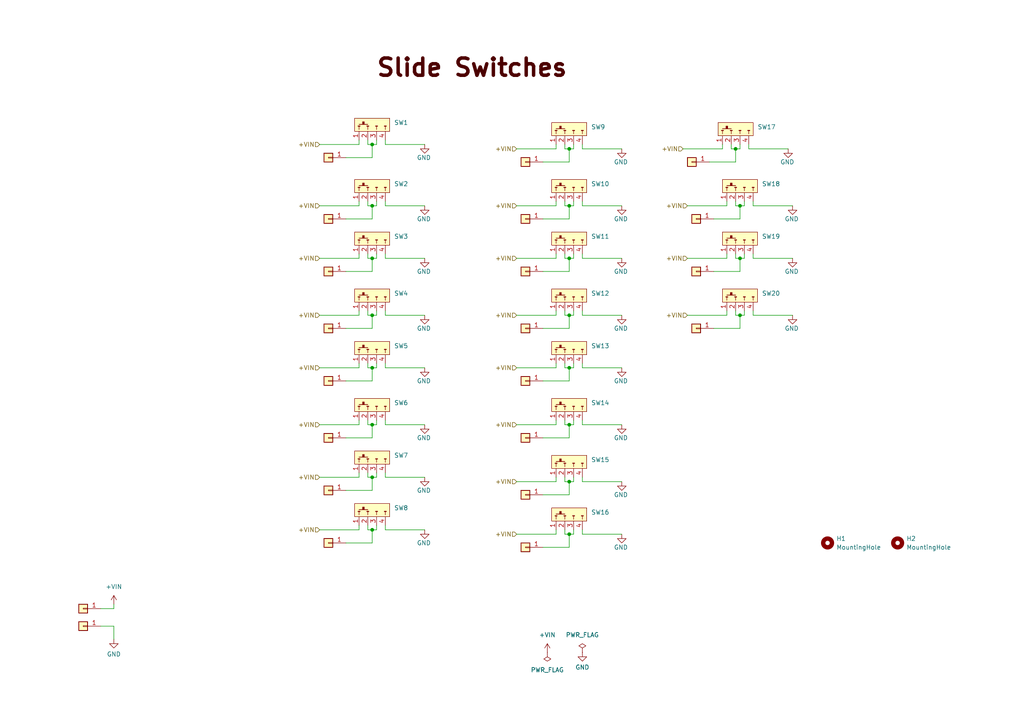
<source format=kicad_sch>
(kicad_sch (version 20250114) (generator "eeschema") (generator_version "9.0")
  (paper "A4")
  (title_block (date "2025-07-14") (rev "1"))
  (lib_symbols
    (symbol "Connector_Generic:Conn_01x01" (pin_names (offset 1.016) (hide yes))
      (property "Reference" "J" (at 0 2.54 0))
      (property "Value" "Conn_01x01" (at 0 -2.54 0))
      (symbol "Conn_01x01_1_1"
        (rectangle (start -1.27 1.27) (end 1.27 -1.27) (stroke (width 0.254)) (fill (type background)))
        (rectangle (start -1.27 0.127) (end 0 -0.127) (stroke (width 0.1524)))
        (pin passive line (at -5.08 0 0) (length 3.81) (name "Pin_1") (number "1"))
      )
    )
    (symbol "Mechanical:MountingHole" (pin_names (offset 1.016))
      (property "Reference" "H" (at 0 5.08 0))
      (property "Value" "MountingHole" (at 0 3.175 0))
      (symbol "MountingHole_0_1"
        (circle (center 0 0) (radius 1.27) (stroke (width 1.27)))
      )
    )
    (symbol "My_Libraries:+VIN" (power) (in_bom no) (on_board no)
      (property "Value" "+VIN" (at 0 3.81 0))
      (symbol "+VIN_0_1"
        (polyline (pts (xy 0 2.54) (xy -0.762 1.27)))
        (polyline (pts (xy 0 2.54) (xy 0.762 1.27)))
        (polyline (pts (xy 0 0) (xy 0 2.54)))
      )
      (symbol "+VIN_1_1"
        (pin power_in line (at 0 0 90) (length 0) (hide yes) (name "+VIN") (number "1"))
      )
    )
    (symbol "My_Libraries:SLIDE_SWITCH_SP3T" (pin_names (hide yes))
      (property "Reference" "SW" (at -0.762 4.826 0))
      (symbol "SLIDE_SWITCH_SP3T_1_1"
        (rectangle (start -6.35 3.81) (end 3.81 0) (fill (type color) (color 255 255 194 1)))
        (polyline (pts (xy -5.08 2.032) (xy -2.54 2.032)) (stroke (width 0.2)))
        (polyline (pts (xy -5.08 0.508) (xy -5.08 1.524)))
        (polyline (pts (xy -4.826 1.524) (xy -5.334 1.524)) (stroke (width 0.3)))
        (polyline (pts (xy -4.064 2.032) (xy -4.064 2.794) (xy -3.556 2.794) (xy -3.556 2.032) (xy -4.064 2.032)) (fill (type outline)))
        (polyline (pts (xy -2.54 0.508) (xy -2.54 1.524)))
        (polyline (pts (xy -2.286 1.524) (xy -2.794 1.524)) (stroke (width 0.3)))
        (polyline (pts (xy 0 0.508) (xy 0 1.524)))
        (polyline (pts (xy 0.254 1.524) (xy -0.254 1.524)) (stroke (width 0.3)))
        (polyline (pts (xy 2.54 0.508) (xy 2.54 1.524)))
        (polyline (pts (xy 2.794 1.524) (xy 2.286 1.524)) (stroke (width 0.3)))
        (pin passive line (at -5.08 -2.54 90) (length 2.54) (name "1") (number "1"))
        (pin passive line (at -2.54 -2.54 90) (length 2.54) (name "2") (number "2"))
        (pin passive line (at 0 -2.54 90) (length 2.54) (name "3") (number "3"))
        (pin passive line (at 2.54 -2.54 90) (length 2.54) (name "4") (number "4"))
      )
    )
    (symbol "power:GND" (power) (pin_numbers (hide yes)) (pin_names (offset 0) (hide yes))
      (property "Value" "GND" (at 0 -3.81 0))
      (symbol "GND_0_1"
        (polyline (pts (xy 0 0) (xy 0 -1.27) (xy 1.27 -1.27) (xy 0 -2.54) (xy -1.27 -1.27) (xy 0 -1.27)))
      )
      (symbol "GND_1_1"
        (pin power_in line (at 0 0 270) (length 0) (name "~") (number "1"))
      )
    )
    (symbol "power:PWR_FLAG" (power) (pin_numbers (hide yes)) (pin_names (offset 0) (hide yes))
      (property "Value" "PWR_FLAG" (at 0 3.81 0))
      (symbol "PWR_FLAG_0_0"
        (pin power_out line (at 0 0 90) (length 0) (name "~") (number "1"))
      )
      (symbol "PWR_FLAG_0_1"
        (polyline (pts (xy 0 0) (xy 0 1.27) (xy -1.016 1.905) (xy 0 2.54) (xy 1.016 1.905) (xy 0 1.27)))
      )
    )
  )
  (text "Slide Switches" (at 136.906 19.812 0) (effects (font (size 5 5) (thickness 1) (bold yes))))
  (junction (at 165.1 59.69))
  (junction (at 214.63 91.44))
  (junction (at 165.1 91.44))
  (junction (at 107.95 59.69))
  (junction (at 107.95 123.19))
  (junction (at 213.36 43.18))
  (junction (at 107.95 106.68))
  (junction (at 107.95 41.91))
  (junction (at 107.95 153.67))
  (junction (at 165.1 139.7))
  (junction (at 165.1 43.18))
  (junction (at 107.95 74.93))
  (junction (at 165.1 106.68))
  (junction (at 107.95 138.43))
  (junction (at 165.1 154.94))
  (junction (at 214.63 74.93))
  (junction (at 214.63 59.69))
  (junction (at 165.1 74.93))
  (junction (at 165.1 123.19))
  (junction (at 107.95 91.44))
  (wire (pts (xy 163.83 58.42) (xy 163.83 59.69)))
  (wire (pts (xy 166.37 153.67) (xy 166.37 154.94)))
  (wire (pts (xy 111.76 121.92) (xy 111.76 123.19)))
  (wire (pts (xy 163.83 138.43) (xy 163.83 139.7)))
  (wire (pts (xy 199.39 74.93) (xy 210.82 74.93)))
  (wire (pts (xy 111.76 105.41) (xy 111.76 106.68)))
  (wire (pts (xy 149.86 154.94) (xy 161.29 154.94)))
  (wire (pts (xy 165.1 123.19) (xy 165.1 127)))
  (wire (pts (xy 33.02 176.53) (xy 29.21 176.53)))
  (wire (pts (xy 212.09 43.18) (xy 213.36 43.18)))
  (wire (pts (xy 111.76 137.16) (xy 111.76 138.43)))
  (wire (pts (xy 100.33 95.25) (xy 107.95 95.25)))
  (wire (pts (xy 104.14 90.17) (xy 104.14 91.44)))
  (wire (pts (xy 109.22 90.17) (xy 109.22 91.44)))
  (wire (pts (xy 107.95 123.19) (xy 109.22 123.19)))
  (wire (pts (xy 29.21 181.61) (xy 33.02 181.61)))
  (wire (pts (xy 107.95 74.93) (xy 107.95 78.74)))
  (wire (pts (xy 106.68 106.68) (xy 107.95 106.68)))
  (wire (pts (xy 106.68 40.64) (xy 106.68 41.91)))
  (wire (pts (xy 207.01 63.5) (xy 214.63 63.5)))
  (wire (pts (xy 109.22 40.64) (xy 109.22 41.91)))
  (wire (pts (xy 165.1 154.94) (xy 166.37 154.94)))
  (wire (pts (xy 100.33 63.5) (xy 107.95 63.5)))
  (wire (pts (xy 165.1 74.93) (xy 166.37 74.93)))
  (wire (pts (xy 213.36 43.18) (xy 213.36 46.99)))
  (wire (pts (xy 157.48 110.49) (xy 165.1 110.49)))
  (wire (pts (xy 106.68 74.93) (xy 107.95 74.93)))
  (wire (pts (xy 214.63 91.44) (xy 214.63 95.25)))
  (wire (pts (xy 107.95 41.91) (xy 109.22 41.91)))
  (wire (pts (xy 213.36 59.69) (xy 214.63 59.69)))
  (wire (pts (xy 163.83 139.7) (xy 165.1 139.7)))
  (wire (pts (xy 92.71 59.69) (xy 104.14 59.69)))
  (wire (pts (xy 213.36 90.17) (xy 213.36 91.44)))
  (wire (pts (xy 100.33 45.72) (xy 107.95 45.72)))
  (wire (pts (xy 166.37 138.43) (xy 166.37 139.7)))
  (wire (pts (xy 33.02 181.61) (xy 33.02 185.42)))
  (wire (pts (xy 107.95 138.43) (xy 107.95 142.24)))
  (wire (pts (xy 163.83 154.94) (xy 165.1 154.94)))
  (wire (pts (xy 214.63 59.69) (xy 214.63 63.5)))
  (wire (pts (xy 163.83 90.17) (xy 163.83 91.44)))
  (wire (pts (xy 111.76 40.64) (xy 111.76 41.91)))
  (wire (pts (xy 168.91 153.67) (xy 168.91 154.94)))
  (wire (pts (xy 166.37 58.42) (xy 166.37 59.69)))
  (wire (pts (xy 100.33 142.24) (xy 107.95 142.24)))
  (wire (pts (xy 165.1 43.18) (xy 166.37 43.18)))
  (wire (pts (xy 107.95 153.67) (xy 109.22 153.67)))
  (wire (pts (xy 161.29 138.43) (xy 161.29 139.7)))
  (wire (pts (xy 157.48 95.25) (xy 165.1 95.25)))
  (wire (pts (xy 104.14 40.64) (xy 104.14 41.91)))
  (wire (pts (xy 168.91 138.43) (xy 168.91 139.7)))
  (wire (pts (xy 149.86 139.7) (xy 161.29 139.7)))
  (wire (pts (xy 104.14 105.41) (xy 104.14 106.68)))
  (wire (pts (xy 217.17 41.91) (xy 217.17 43.18)))
  (wire (pts (xy 163.83 43.18) (xy 165.1 43.18)))
  (wire (pts (xy 163.83 74.93) (xy 165.1 74.93)))
  (wire (pts (xy 106.68 138.43) (xy 107.95 138.43)))
  (wire (pts (xy 165.1 139.7) (xy 166.37 139.7)))
  (wire (pts (xy 100.33 110.49) (xy 107.95 110.49)))
  (wire (pts (xy 107.95 91.44) (xy 109.22 91.44)))
  (wire (pts (xy 168.91 91.44) (xy 180.34 91.44)))
  (wire (pts (xy 106.68 105.41) (xy 106.68 106.68)))
  (wire (pts (xy 163.83 153.67) (xy 163.83 154.94)))
  (wire (pts (xy 165.1 91.44) (xy 166.37 91.44)))
  (wire (pts (xy 215.9 90.17) (xy 215.9 91.44)))
  (wire (pts (xy 163.83 121.92) (xy 163.83 123.19)))
  (wire (pts (xy 109.22 121.92) (xy 109.22 123.19)))
  (wire (pts (xy 209.55 41.91) (xy 209.55 43.18)))
  (wire (pts (xy 107.95 123.19) (xy 107.95 127)))
  (wire (pts (xy 218.44 90.17) (xy 218.44 91.44)))
  (wire (pts (xy 92.71 123.19) (xy 104.14 123.19)))
  (wire (pts (xy 213.36 58.42) (xy 213.36 59.69)))
  (wire (pts (xy 104.14 152.4) (xy 104.14 153.67)))
  (wire (pts (xy 168.91 59.69) (xy 180.34 59.69)))
  (wire (pts (xy 111.76 74.93) (xy 123.19 74.93)))
  (wire (pts (xy 161.29 153.67) (xy 161.29 154.94)))
  (wire (pts (xy 107.95 138.43) (xy 109.22 138.43)))
  (wire (pts (xy 107.95 41.91) (xy 107.95 45.72)))
  (wire (pts (xy 218.44 74.93) (xy 229.87 74.93)))
  (wire (pts (xy 106.68 152.4) (xy 106.68 153.67)))
  (wire (pts (xy 218.44 58.42) (xy 218.44 59.69)))
  (wire (pts (xy 107.95 74.93) (xy 109.22 74.93)))
  (wire (pts (xy 165.1 154.94) (xy 165.1 158.75)))
  (wire (pts (xy 161.29 90.17) (xy 161.29 91.44)))
  (wire (pts (xy 157.48 63.5) (xy 165.1 63.5)))
  (wire (pts (xy 168.91 123.19) (xy 180.34 123.19)))
  (wire (pts (xy 163.83 105.41) (xy 163.83 106.68)))
  (wire (pts (xy 107.95 59.69) (xy 107.95 63.5)))
  (wire (pts (xy 165.1 59.69) (xy 165.1 63.5)))
  (wire (pts (xy 165.1 106.68) (xy 166.37 106.68)))
  (wire (pts (xy 168.91 41.91) (xy 168.91 43.18)))
  (wire (pts (xy 210.82 58.42) (xy 210.82 59.69)))
  (wire (pts (xy 218.44 59.69) (xy 229.87 59.69)))
  (wire (pts (xy 163.83 59.69) (xy 165.1 59.69)))
  (wire (pts (xy 109.22 152.4) (xy 109.22 153.67)))
  (wire (pts (xy 149.86 59.69) (xy 161.29 59.69)))
  (wire (pts (xy 111.76 73.66) (xy 111.76 74.93)))
  (wire (pts (xy 106.68 153.67) (xy 107.95 153.67)))
  (wire (pts (xy 168.91 106.68) (xy 180.34 106.68)))
  (wire (pts (xy 161.29 121.92) (xy 161.29 123.19)))
  (wire (pts (xy 92.71 91.44) (xy 104.14 91.44)))
  (wire (pts (xy 166.37 41.91) (xy 166.37 43.18)))
  (wire (pts (xy 107.95 106.68) (xy 109.22 106.68)))
  (wire (pts (xy 107.95 106.68) (xy 107.95 110.49)))
  (wire (pts (xy 205.74 46.99) (xy 213.36 46.99)))
  (wire (pts (xy 111.76 58.42) (xy 111.76 59.69)))
  (wire (pts (xy 109.22 105.41) (xy 109.22 106.68)))
  (wire (pts (xy 111.76 91.44) (xy 123.19 91.44)))
  (wire (pts (xy 104.14 137.16) (xy 104.14 138.43)))
  (wire (pts (xy 100.33 127) (xy 107.95 127)))
  (wire (pts (xy 163.83 123.19) (xy 165.1 123.19)))
  (wire (pts (xy 111.76 41.91) (xy 123.19 41.91)))
  (wire (pts (xy 212.09 41.91) (xy 212.09 43.18)))
  (wire (pts (xy 161.29 41.91) (xy 161.29 43.18)))
  (wire (pts (xy 213.36 43.18) (xy 214.63 43.18)))
  (wire (pts (xy 165.1 74.93) (xy 165.1 78.74)))
  (wire (pts (xy 111.76 59.69) (xy 123.19 59.69)))
  (wire (pts (xy 111.76 138.43) (xy 123.19 138.43)))
  (wire (pts (xy 92.71 41.91) (xy 104.14 41.91)))
  (wire (pts (xy 157.48 46.99) (xy 165.1 46.99)))
  (wire (pts (xy 168.91 121.92) (xy 168.91 123.19)))
  (wire (pts (xy 165.1 43.18) (xy 165.1 46.99)))
  (wire (pts (xy 168.91 58.42) (xy 168.91 59.69)))
  (wire (pts (xy 149.86 74.93) (xy 161.29 74.93)))
  (wire (pts (xy 168.91 74.93) (xy 180.34 74.93)))
  (wire (pts (xy 109.22 73.66) (xy 109.22 74.93)))
  (wire (pts (xy 92.71 106.68) (xy 104.14 106.68)))
  (wire (pts (xy 218.44 91.44) (xy 229.87 91.44)))
  (wire (pts (xy 198.12 43.18) (xy 209.55 43.18)))
  (wire (pts (xy 106.68 123.19) (xy 107.95 123.19)))
  (wire (pts (xy 106.68 73.66) (xy 106.68 74.93)))
  (wire (pts (xy 149.86 106.68) (xy 161.29 106.68)))
  (wire (pts (xy 104.14 58.42) (xy 104.14 59.69)))
  (wire (pts (xy 104.14 73.66) (xy 104.14 74.93)))
  (wire (pts (xy 218.44 73.66) (xy 218.44 74.93)))
  (wire (pts (xy 157.48 78.74) (xy 165.1 78.74)))
  (wire (pts (xy 165.1 59.69) (xy 166.37 59.69)))
  (wire (pts (xy 106.68 59.69) (xy 107.95 59.69)))
  (wire (pts (xy 111.76 106.68) (xy 123.19 106.68)))
  (wire (pts (xy 111.76 90.17) (xy 111.76 91.44)))
  (wire (pts (xy 168.91 43.18) (xy 180.34 43.18)))
  (wire (pts (xy 111.76 152.4) (xy 111.76 153.67)))
  (wire (pts (xy 163.83 41.91) (xy 163.83 43.18)))
  (wire (pts (xy 163.83 106.68) (xy 165.1 106.68)))
  (wire (pts (xy 106.68 91.44) (xy 107.95 91.44)))
  (wire (pts (xy 149.86 123.19) (xy 161.29 123.19)))
  (wire (pts (xy 165.1 106.68) (xy 165.1 110.49)))
  (wire (pts (xy 214.63 91.44) (xy 215.9 91.44)))
  (wire (pts (xy 168.91 105.41) (xy 168.91 106.68)))
  (wire (pts (xy 207.01 78.74) (xy 214.63 78.74)))
  (wire (pts (xy 106.68 90.17) (xy 106.68 91.44)))
  (wire (pts (xy 92.71 74.93) (xy 104.14 74.93)))
  (wire (pts (xy 157.48 127) (xy 165.1 127)))
  (wire (pts (xy 207.01 95.25) (xy 214.63 95.25)))
  (wire (pts (xy 157.48 143.51) (xy 165.1 143.51)))
  (wire (pts (xy 163.83 91.44) (xy 165.1 91.44)))
  (wire (pts (xy 165.1 139.7) (xy 165.1 143.51)))
  (wire (pts (xy 157.48 158.75) (xy 165.1 158.75)))
  (wire (pts (xy 199.39 59.69) (xy 210.82 59.69)))
  (wire (pts (xy 166.37 90.17) (xy 166.37 91.44)))
  (wire (pts (xy 107.95 91.44) (xy 107.95 95.25)))
  (wire (pts (xy 111.76 153.67) (xy 123.19 153.67)))
  (wire (pts (xy 161.29 58.42) (xy 161.29 59.69)))
  (wire (pts (xy 107.95 153.67) (xy 107.95 157.48)))
  (wire (pts (xy 100.33 78.74) (xy 107.95 78.74)))
  (wire (pts (xy 106.68 58.42) (xy 106.68 59.69)))
  (wire (pts (xy 168.91 90.17) (xy 168.91 91.44)))
  (wire (pts (xy 210.82 73.66) (xy 210.82 74.93)))
  (wire (pts (xy 217.17 43.18) (xy 228.6 43.18)))
  (wire (pts (xy 100.33 157.48) (xy 107.95 157.48)))
  (wire (pts (xy 214.63 59.69) (xy 215.9 59.69)))
  (wire (pts (xy 106.68 41.91) (xy 107.95 41.91)))
  (wire (pts (xy 161.29 73.66) (xy 161.29 74.93)))
  (wire (pts (xy 166.37 73.66) (xy 166.37 74.93)))
  (wire (pts (xy 213.36 73.66) (xy 213.36 74.93)))
  (wire (pts (xy 109.22 137.16) (xy 109.22 138.43)))
  (wire (pts (xy 104.14 121.92) (xy 104.14 123.19)))
  (wire (pts (xy 33.02 175.26) (xy 33.02 176.53)))
  (wire (pts (xy 149.86 43.18) (xy 161.29 43.18)))
  (wire (pts (xy 215.9 73.66) (xy 215.9 74.93)))
  (wire (pts (xy 214.63 74.93) (xy 215.9 74.93)))
  (wire (pts (xy 168.91 154.94) (xy 180.34 154.94)))
  (wire (pts (xy 215.9 58.42) (xy 215.9 59.69)))
  (wire (pts (xy 213.36 91.44) (xy 214.63 91.44)))
  (wire (pts (xy 106.68 121.92) (xy 106.68 123.19)))
  (wire (pts (xy 107.95 59.69) (xy 109.22 59.69)))
  (wire (pts (xy 109.22 58.42) (xy 109.22 59.69)))
  (wire (pts (xy 199.39 91.44) (xy 210.82 91.44)))
  (wire (pts (xy 214.63 74.93) (xy 214.63 78.74)))
  (wire (pts (xy 92.71 153.67) (xy 104.14 153.67)))
  (wire (pts (xy 111.76 123.19) (xy 123.19 123.19)))
  (wire (pts (xy 92.71 138.43) (xy 104.14 138.43)))
  (wire (pts (xy 161.29 105.41) (xy 161.29 106.68)))
  (wire (pts (xy 163.83 73.66) (xy 163.83 74.93)))
  (wire (pts (xy 168.91 139.7) (xy 180.34 139.7)))
  (wire (pts (xy 106.68 137.16) (xy 106.68 138.43)))
  (wire (pts (xy 213.36 74.93) (xy 214.63 74.93)))
  (wire (pts (xy 210.82 90.17) (xy 210.82 91.44)))
  (wire (pts (xy 165.1 123.19) (xy 166.37 123.19)))
  (wire (pts (xy 168.91 73.66) (xy 168.91 74.93)))
  (wire (pts (xy 214.63 41.91) (xy 214.63 43.18)))
  (wire (pts (xy 166.37 121.92) (xy 166.37 123.19)))
  (wire (pts (xy 166.37 105.41) (xy 166.37 106.68)))
  (wire (pts (xy 165.1 91.44) (xy 165.1 95.25)))
  (wire (pts (xy 149.86 91.44) (xy 161.29 91.44)))
  (hierarchical_label "+VIN" (shape input) (at 199.39 74.93 180))
  (hierarchical_label "+VIN" (shape input) (at 149.86 43.18 180))
  (hierarchical_label "+VIN" (shape input) (at 92.71 123.19 180))
  (hierarchical_label "+VIN" (shape input) (at 149.86 106.68 180))
  (hierarchical_label "+VIN" (shape input) (at 92.71 74.93 180))
  (hierarchical_label "+VIN" (shape input) (at 92.71 138.43 180))
  (hierarchical_label "+VIN" (shape input) (at 199.39 91.44 180))
  (hierarchical_label "+VIN" (shape input) (at 149.86 139.7 180))
  (hierarchical_label "+VIN" (shape input) (at 149.86 154.94 180))
  (hierarchical_label "+VIN" (shape input) (at 198.12 43.18 180))
  (hierarchical_label "+VIN" (shape input) (at 92.71 153.67 180))
  (hierarchical_label "+VIN" (shape input) (at 149.86 91.44 180))
  (hierarchical_label "+VIN" (shape input) (at 149.86 123.19 180))
  (hierarchical_label "+VIN" (shape input) (at 149.86 59.69 180))
  (hierarchical_label "+VIN" (shape input) (at 92.71 41.91 180))
  (hierarchical_label "+VIN" (shape input) (at 92.71 91.44 180))
  (hierarchical_label "+VIN" (shape input) (at 149.86 74.93 180))
  (hierarchical_label "+VIN" (shape input) (at 92.71 106.68 180))
  (hierarchical_label "+VIN" (shape input) (at 199.39 59.69 180))
  (hierarchical_label "+VIN" (shape input) (at 92.71 59.69 180))
  (symbol (lib_id "Connector_Generic:Conn_01x01") (at 201.93 63.5 180) (unit 1) (in_bom no)
    (property "Reference" "J20" (effects (hide yes)))
    (property "Value" "Conn_01x01" (effects (hide yes)))
    (property "Footprint" "My_Footprints:Simple_hole_pad_3x1.5" (effects (hide yes)))
    (property "Description" "Generic connector, single row, 01x01, script generated (kicad-library-utils/schlib/autogen/connector/)" (effects (hide yes)))
  )
  (symbol (lib_id "power:GND") (at 123.19 153.67 0) (unit 1)
    (property "Reference" "#PWR010" (effects (hide yes)))
    (property "Value" "GND" (at 122.936 157.48 0))
    (property "Description" "Power symbol creates a global label with name \"GND\" , ground" (effects (hide yes)))
  )
  (symbol (lib_id "power:GND") (at 123.19 123.19 0) (unit 1)
    (property "Reference" "#PWR08" (effects (hide yes)))
    (property "Value" "GND" (at 122.936 127 0))
    (property "Description" "Power symbol creates a global label with name \"GND\" , ground" (effects (hide yes)))
  )
  (symbol (lib_id "My_Libraries:SLIDE_SWITCH_SP3T") (at 166.37 71.12 0) (unit 1)
    (property "Reference" "SW11" (at 171.45 68.5799 0) (effects (justify left)))
    (property "Footprint" "My_Footprints:SLW-156646-5A-N-D" (effects (hide yes)))
    (property "Description" "Slide switch 4 positions SP3T" (effects (hide yes)))
    (property "PartID" "999" (effects (hide yes)))
  )
  (symbol (lib_id "My_Libraries:SLIDE_SWITCH_SP3T") (at 215.9 71.12 0) (unit 1)
    (property "Reference" "SW19" (at 220.98 68.5799 0) (effects (justify left)))
    (property "Footprint" "My_Footprints:SLW-156646-5A-N-D" (effects (hide yes)))
    (property "Description" "Slide switch 4 positions SP3T" (effects (hide yes)))
    (property "PartID" "999" (effects (hide yes)))
  )
  (symbol (lib_id "Connector_Generic:Conn_01x01") (at 95.25 78.74 180) (unit 1) (in_bom no)
    (property "Reference" "J5" (effects (hide yes)))
    (property "Value" "Conn_01x01" (effects (hide yes)))
    (property "Footprint" "My_Footprints:Simple_hole_pad_3x1.5" (effects (hide yes)))
    (property "Description" "Generic connector, single row, 01x01, script generated (kicad-library-utils/schlib/autogen/connector/)" (effects (hide yes)))
  )
  (symbol (lib_id "My_Libraries:SLIDE_SWITCH_SP3T") (at 215.9 87.63 0) (unit 1)
    (property "Reference" "SW20" (at 220.98 85.0899 0) (effects (justify left)))
    (property "Footprint" "My_Footprints:SLW-156646-5A-N-D" (effects (hide yes)))
    (property "Description" "Slide switch 4 positions SP3T" (effects (hide yes)))
    (property "PartID" "999" (effects (hide yes)))
  )
  (symbol (lib_id "Connector_Generic:Conn_01x01") (at 201.93 95.25 180) (unit 1) (in_bom no)
    (property "Reference" "J22" (effects (hide yes)))
    (property "Value" "Conn_01x01" (effects (hide yes)))
    (property "Footprint" "My_Footprints:Simple_hole_pad_3x1.5" (effects (hide yes)))
    (property "Description" "Generic connector, single row, 01x01, script generated (kicad-library-utils/schlib/autogen/connector/)" (effects (hide yes)))
  )
  (symbol (lib_id "power:GND") (at 123.19 91.44 0) (unit 1)
    (property "Reference" "#PWR06" (effects (hide yes)))
    (property "Value" "GND" (at 122.936 95.25 0))
    (property "Description" "Power symbol creates a global label with name \"GND\" , ground" (effects (hide yes)))
  )
  (symbol (lib_id "Connector_Generic:Conn_01x01") (at 152.4 158.75 180) (unit 1) (in_bom no)
    (property "Reference" "J18" (effects (hide yes)))
    (property "Value" "Conn_01x01" (effects (hide yes)))
    (property "Footprint" "My_Footprints:Simple_hole_pad_3x1.5" (effects (hide yes)))
    (property "Description" "Generic connector, single row, 01x01, script generated (kicad-library-utils/schlib/autogen/connector/)" (effects (hide yes)))
  )
  (symbol (lib_id "power:GND") (at 180.34 59.69 0) (unit 1)
    (property "Reference" "#PWR014" (effects (hide yes)))
    (property "Value" "GND" (at 180.086 63.5 0))
    (property "Description" "Power symbol creates a global label with name \"GND\" , ground" (effects (hide yes)))
  )
  (symbol (lib_id "My_Libraries:SLIDE_SWITCH_SP3T") (at 166.37 55.88 0) (unit 1)
    (property "Reference" "SW10" (at 171.45 53.3399 0) (effects (justify left)))
    (property "Footprint" "My_Footprints:SLW-156646-5A-N-D" (effects (hide yes)))
    (property "Description" "Slide switch 4 positions SP3T" (effects (hide yes)))
    (property "PartID" "999" (effects (hide yes)))
  )
  (symbol (lib_id "My_Libraries:SLIDE_SWITCH_SP3T") (at 214.63 39.37 0) (unit 1)
    (property "Reference" "SW17" (at 219.71 36.8299 0) (effects (justify left)))
    (property "Footprint" "My_Footprints:SLW-156646-5A-N-D" (effects (hide yes)))
    (property "Description" "Slide switch 4 positions SP3T" (effects (hide yes)))
    (property "PartID" "999" (effects (hide yes)))
  )
  (symbol (lib_id "power:GND") (at 180.34 154.94 0) (unit 1)
    (property "Reference" "#PWR020" (effects (hide yes)))
    (property "Value" "GND" (at 180.086 158.75 0))
    (property "Description" "Power symbol creates a global label with name \"GND\" , ground" (effects (hide yes)))
  )
  (symbol (lib_id "power:GND") (at 229.87 59.69 0) (unit 1)
    (property "Reference" "#PWR022" (effects (hide yes)))
    (property "Value" "GND" (at 229.616 63.5 0))
    (property "Description" "Power symbol creates a global label with name \"GND\" , ground" (effects (hide yes)))
  )
  (symbol (lib_id "power:GND") (at 123.19 59.69 0) (unit 1)
    (property "Reference" "#PWR04" (effects (hide yes)))
    (property "Value" "GND" (at 122.936 63.5 0))
    (property "Description" "Power symbol creates a global label with name \"GND\" , ground" (effects (hide yes)))
  )
  (symbol (lib_id "power:PWR_FLAG") (at 158.75 189.23 180) (unit 1)
    (property "Reference" "#FLG01" (effects (hide yes)))
    (property "Value" "PWR_FLAG" (at 158.75 194.31 0))
    (property "Description" "Special symbol for telling ERC where power comes from" (effects (hide yes)))
  )
  (symbol (lib_id "Connector_Generic:Conn_01x01") (at 152.4 143.51 180) (unit 1) (in_bom no)
    (property "Reference" "J17" (effects (hide yes)))
    (property "Value" "Conn_01x01" (effects (hide yes)))
    (property "Footprint" "My_Footprints:Simple_hole_pad_3x1.5" (effects (hide yes)))
    (property "Description" "Generic connector, single row, 01x01, script generated (kicad-library-utils/schlib/autogen/connector/)" (effects (hide yes)))
  )
  (symbol (lib_id "My_Libraries:SLIDE_SWITCH_SP3T") (at 109.22 102.87 0) (unit 1)
    (property "Reference" "SW5" (at 114.3 100.3299 0) (effects (justify left)))
    (property "Footprint" "My_Footprints:SLW-156646-5A-N-D" (effects (hide yes)))
    (property "Description" "Slide switch 4 positions SP3T" (effects (hide yes)))
    (property "PartID" "999" (effects (hide yes)))
  )
  (symbol (lib_id "My_Libraries:SLIDE_SWITCH_SP3T") (at 109.22 38.1 0) (unit 1)
    (property "Reference" "SW1" (at 114.3 35.5599 0) (effects (justify left)))
    (property "Footprint" "My_Footprints:SLW-156646-5A-N-D" (effects (hide yes)))
    (property "Description" "Slide switch 4 positions SP3T" (effects (hide yes)))
    (property "PartID" "999" (effects (hide yes)))
  )
  (symbol (lib_id "Connector_Generic:Conn_01x01") (at 152.4 110.49 180) (unit 1) (in_bom no)
    (property "Reference" "J15" (effects (hide yes)))
    (property "Value" "Conn_01x01" (effects (hide yes)))
    (property "Footprint" "My_Footprints:Simple_hole_pad_3x1.5" (effects (hide yes)))
    (property "Description" "Generic connector, single row, 01x01, script generated (kicad-library-utils/schlib/autogen/connector/)" (effects (hide yes)))
  )
  (symbol (lib_id "power:GND") (at 123.19 138.43 0) (unit 1)
    (property "Reference" "#PWR09" (effects (hide yes)))
    (property "Value" "GND" (at 122.936 142.24 0))
    (property "Description" "Power symbol creates a global label with name \"GND\" , ground" (effects (hide yes)))
  )
  (symbol (lib_id "power:GND") (at 180.34 139.7 0) (unit 1)
    (property "Reference" "#PWR019" (effects (hide yes)))
    (property "Value" "GND" (at 180.086 143.51 0))
    (property "Description" "Power symbol creates a global label with name \"GND\" , ground" (effects (hide yes)))
  )
  (symbol (lib_id "power:GND") (at 180.34 106.68 0) (unit 1)
    (property "Reference" "#PWR017" (effects (hide yes)))
    (property "Value" "GND" (at 180.086 110.49 0))
    (property "Description" "Power symbol creates a global label with name \"GND\" , ground" (effects (hide yes)))
  )
  (symbol (lib_id "My_Libraries:SLIDE_SWITCH_SP3T") (at 166.37 119.38 0) (unit 1)
    (property "Reference" "SW14" (at 171.45 116.8399 0) (effects (justify left)))
    (property "Footprint" "My_Footprints:SLW-156646-5A-N-D" (effects (hide yes)))
    (property "Description" "Slide switch 4 positions SP3T" (effects (hide yes)))
    (property "PartID" "999" (effects (hide yes)))
  )
  (symbol (lib_id "power:GND") (at 180.34 91.44 0) (unit 1)
    (property "Reference" "#PWR016" (effects (hide yes)))
    (property "Value" "GND" (at 180.086 95.25 0))
    (property "Description" "Power symbol creates a global label with name \"GND\" , ground" (effects (hide yes)))
  )
  (symbol (lib_id "power:GND") (at 228.6 43.18 0) (unit 1)
    (property "Reference" "#PWR021" (effects (hide yes)))
    (property "Value" "GND" (at 228.346 46.99 0))
    (property "Description" "Power symbol creates a global label with name \"GND\" , ground" (effects (hide yes)))
  )
  (symbol (lib_id "power:GND") (at 180.34 74.93 0) (unit 1)
    (property "Reference" "#PWR015" (effects (hide yes)))
    (property "Value" "GND" (at 180.086 78.74 0))
    (property "Description" "Power symbol creates a global label with name \"GND\" , ground" (effects (hide yes)))
  )
  (symbol (lib_id "Mechanical:MountingHole") (at 260.35 157.48 0) (unit 1)
    (property "Reference" "H2" (at 262.89 156.2099 0) (effects (justify left)))
    (property "Value" "MountingHole" (at 262.89 158.7499 0) (effects (justify left)))
    (property "Footprint" "MountingHole:MountingHole_3.2mm_M3_DIN965" (effects (hide yes)))
  )
  (symbol (lib_id "Connector_Generic:Conn_01x01") (at 95.25 157.48 180) (unit 1) (in_bom no)
    (property "Reference" "J10" (effects (hide yes)))
    (property "Value" "Conn_01x01" (effects (hide yes)))
    (property "Footprint" "My_Footprints:Simple_hole_pad_3x1.5" (effects (hide yes)))
    (property "Description" "Generic connector, single row, 01x01, script generated (kicad-library-utils/schlib/autogen/connector/)" (effects (hide yes)))
  )
  (symbol (lib_id "power:GND") (at 33.02 185.42 0) (unit 1)
    (property "Reference" "#PWR02" (effects (hide yes)))
    (property "Value" "GND" (at 33.02 189.738 0))
    (property "Description" "Power symbol creates a global label with name \"GND\" , ground" (effects (hide yes)))
  )
  (symbol (lib_id "My_Libraries:SLIDE_SWITCH_SP3T") (at 166.37 151.13 0) (unit 1)
    (property "Reference" "SW16" (at 171.45 148.5899 0) (effects (justify left)))
    (property "Footprint" "My_Footprints:SLW-156646-5A-N-D" (effects (hide yes)))
    (property "Description" "Slide switch 4 positions SP3T" (effects (hide yes)))
    (property "PartID" "999" (effects (hide yes)))
  )
  (symbol (lib_id "Connector_Generic:Conn_01x01") (at 152.4 78.74 180) (unit 1) (in_bom no)
    (property "Reference" "J13" (effects (hide yes)))
    (property "Value" "Conn_01x01" (effects (hide yes)))
    (property "Footprint" "My_Footprints:Simple_hole_pad_3x1.5" (effects (hide yes)))
    (property "Description" "Generic connector, single row, 01x01, script generated (kicad-library-utils/schlib/autogen/connector/)" (effects (hide yes)))
  )
  (symbol (lib_id "My_Libraries:SLIDE_SWITCH_SP3T") (at 215.9 55.88 0) (unit 1)
    (property "Reference" "SW18" (at 220.98 53.3399 0) (effects (justify left)))
    (property "Footprint" "My_Footprints:SLW-156646-5A-N-D" (effects (hide yes)))
    (property "Description" "Slide switch 4 positions SP3T" (effects (hide yes)))
    (property "PartID" "999" (effects (hide yes)))
  )
  (symbol (lib_id "My_Libraries:SLIDE_SWITCH_SP3T") (at 166.37 102.87 0) (unit 1)
    (property "Reference" "SW13" (at 171.45 100.3299 0) (effects (justify left)))
    (property "Footprint" "My_Footprints:SLW-156646-5A-N-D" (effects (hide yes)))
    (property "Description" "Slide switch 4 positions SP3T" (effects (hide yes)))
    (property "PartID" "999" (effects (hide yes)))
  )
  (symbol (lib_id "power:GND") (at 123.19 106.68 0) (unit 1)
    (property "Reference" "#PWR07" (effects (hide yes)))
    (property "Value" "GND" (at 122.936 110.49 0))
    (property "Description" "Power symbol creates a global label with name \"GND\" , ground" (effects (hide yes)))
  )
  (symbol (lib_id "Connector_Generic:Conn_01x01") (at 95.25 142.24 180) (unit 1) (in_bom no)
    (property "Reference" "J9" (effects (hide yes)))
    (property "Value" "Conn_01x01" (effects (hide yes)))
    (property "Footprint" "My_Footprints:Simple_hole_pad_3x1.5" (effects (hide yes)))
    (property "Description" "Generic connector, single row, 01x01, script generated (kicad-library-utils/schlib/autogen/connector/)" (effects (hide yes)))
  )
  (symbol (lib_id "power:GND") (at 180.34 123.19 0) (unit 1)
    (property "Reference" "#PWR018" (effects (hide yes)))
    (property "Value" "GND" (at 180.086 127 0))
    (property "Description" "Power symbol creates a global label with name \"GND\" , ground" (effects (hide yes)))
  )
  (symbol (lib_id "Connector_Generic:Conn_01x01") (at 152.4 63.5 180) (unit 1) (in_bom no)
    (property "Reference" "J12" (effects (hide yes)))
    (property "Value" "Conn_01x01" (effects (hide yes)))
    (property "Footprint" "My_Footprints:Simple_hole_pad_3x1.5" (effects (hide yes)))
    (property "Description" "Generic connector, single row, 01x01, script generated (kicad-library-utils/schlib/autogen/connector/)" (effects (hide yes)))
  )
  (symbol (lib_id "Connector_Generic:Conn_01x01") (at 95.25 110.49 180) (unit 1) (in_bom no)
    (property "Reference" "J7" (effects (hide yes)))
    (property "Value" "Conn_01x01" (effects (hide yes)))
    (property "Footprint" "My_Footprints:Simple_hole_pad_3x1.5" (effects (hide yes)))
    (property "Description" "Generic connector, single row, 01x01, script generated (kicad-library-utils/schlib/autogen/connector/)" (effects (hide yes)))
  )
  (symbol (lib_id "Connector_Generic:Conn_01x01") (at 152.4 95.25 180) (unit 1) (in_bom no)
    (property "Reference" "J14" (effects (hide yes)))
    (property "Value" "Conn_01x01" (effects (hide yes)))
    (property "Footprint" "My_Footprints:Simple_hole_pad_3x1.5" (effects (hide yes)))
    (property "Description" "Generic connector, single row, 01x01, script generated (kicad-library-utils/schlib/autogen/connector/)" (effects (hide yes)))
  )
  (symbol (lib_id "My_Libraries:SLIDE_SWITCH_SP3T") (at 109.22 149.86 0) (unit 1)
    (property "Reference" "SW8" (at 114.3 147.3199 0) (effects (justify left)))
    (property "Footprint" "My_Footprints:SLW-156646-5A-N-D" (effects (hide yes)))
    (property "Description" "Slide switch 4 positions SP3T" (effects (hide yes)))
    (property "PartID" "999" (effects (hide yes)))
  )
  (symbol (lib_id "power:GND") (at 229.87 74.93 0) (unit 1)
    (property "Reference" "#PWR023" (effects (hide yes)))
    (property "Value" "GND" (at 229.616 78.74 0))
    (property "Description" "Power symbol creates a global label with name \"GND\" , ground" (effects (hide yes)))
  )
  (symbol (lib_id "My_Libraries:SLIDE_SWITCH_SP3T") (at 109.22 119.38 0) (unit 1)
    (property "Reference" "SW6" (at 114.3 116.8399 0) (effects (justify left)))
    (property "Footprint" "My_Footprints:SLW-156646-5A-N-D" (effects (hide yes)))
    (property "Description" "Slide switch 4 positions SP3T" (effects (hide yes)))
    (property "PartID" "999" (effects (hide yes)))
  )
  (symbol (lib_id "My_Libraries:SLIDE_SWITCH_SP3T") (at 109.22 87.63 0) (unit 1)
    (property "Reference" "SW4" (at 114.3 85.0899 0) (effects (justify left)))
    (property "Footprint" "My_Footprints:SLW-156646-5A-N-D" (effects (hide yes)))
    (property "Description" "Slide switch 4 positions SP3T" (effects (hide yes)))
    (property "PartID" "999" (effects (hide yes)))
  )
  (symbol (lib_id "power:GND") (at 180.34 43.18 0) (unit 1)
    (property "Reference" "#PWR013" (effects (hide yes)))
    (property "Value" "GND" (at 180.086 46.99 0))
    (property "Description" "Power symbol creates a global label with name \"GND\" , ground" (effects (hide yes)))
  )
  (symbol (lib_id "power:GND") (at 123.19 41.91 0) (unit 1)
    (property "Reference" "#PWR03" (effects (hide yes)))
    (property "Value" "GND" (at 122.936 45.72 0))
    (property "Description" "Power symbol creates a global label with name \"GND\" , ground" (effects (hide yes)))
  )
  (symbol (lib_id "Connector_Generic:Conn_01x01") (at 24.13 176.53 180) (unit 1) (in_bom no)
    (property "Reference" "J1" (effects (hide yes)))
    (property "Value" "Conn_01x01" (effects (hide yes)))
    (property "Footprint" "My_Footprints:Simple_hole_pad_3x1.5" (effects (hide yes)))
    (property "Description" "Generic connector, single row, 01x01, script generated (kicad-library-utils/schlib/autogen/connector/)" (effects (hide yes)))
  )
  (symbol (lib_id "My_Libraries:SLIDE_SWITCH_SP3T") (at 166.37 135.89 0) (unit 1)
    (property "Reference" "SW15" (at 171.45 133.3499 0) (effects (justify left)))
    (property "Footprint" "My_Footprints:SLW-156646-5A-N-D" (effects (hide yes)))
    (property "Description" "Slide switch 4 positions SP3T" (effects (hide yes)))
    (property "PartID" "999" (effects (hide yes)))
  )
  (symbol (lib_id "My_Libraries:SLIDE_SWITCH_SP3T") (at 166.37 39.37 0) (unit 1)
    (property "Reference" "SW9" (at 171.45 36.8299 0) (effects (justify left)))
    (property "Footprint" "My_Footprints:SLW-156646-5A-N-D" (effects (hide yes)))
    (property "Description" "Slide switch 4 positions SP3T" (effects (hide yes)))
    (property "PartID" "999" (effects (hide yes)))
  )
  (symbol (lib_id "Connector_Generic:Conn_01x01") (at 95.25 95.25 180) (unit 1) (in_bom no)
    (property "Reference" "J6" (effects (hide yes)))
    (property "Value" "Conn_01x01" (effects (hide yes)))
    (property "Footprint" "My_Footprints:Simple_hole_pad_3x1.5" (effects (hide yes)))
    (property "Description" "Generic connector, single row, 01x01, script generated (kicad-library-utils/schlib/autogen/connector/)" (effects (hide yes)))
  )
  (symbol (lib_id "Connector_Generic:Conn_01x01") (at 152.4 127 180) (unit 1) (in_bom no)
    (property "Reference" "J16" (effects (hide yes)))
    (property "Value" "Conn_01x01" (effects (hide yes)))
    (property "Footprint" "My_Footprints:Simple_hole_pad_3x1.5" (effects (hide yes)))
    (property "Description" "Generic connector, single row, 01x01, script generated (kicad-library-utils/schlib/autogen/connector/)" (effects (hide yes)))
  )
  (symbol (lib_id "power:PWR_FLAG") (at 168.91 189.23 0) (unit 1)
    (property "Reference" "#FLG02" (effects (hide yes)))
    (property "Value" "PWR_FLAG" (at 168.91 184.15 0))
    (property "Description" "Special symbol for telling ERC where power comes from" (effects (hide yes)))
  )
  (symbol (lib_id "Connector_Generic:Conn_01x01") (at 152.4 46.99 180) (unit 1) (in_bom no)
    (property "Reference" "J11" (effects (hide yes)))
    (property "Value" "Conn_01x01" (effects (hide yes)))
    (property "Footprint" "My_Footprints:Simple_hole_pad_3x1.5" (effects (hide yes)))
    (property "Description" "Generic connector, single row, 01x01, script generated (kicad-library-utils/schlib/autogen/connector/)" (effects (hide yes)))
  )
  (symbol (lib_id "Connector_Generic:Conn_01x01") (at 200.66 46.99 180) (unit 1) (in_bom no)
    (property "Reference" "J19" (effects (hide yes)))
    (property "Value" "Conn_01x01" (effects (hide yes)))
    (property "Footprint" "My_Footprints:Simple_hole_pad_3x1.5" (effects (hide yes)))
    (property "Description" "Generic connector, single row, 01x01, script generated (kicad-library-utils/schlib/autogen/connector/)" (effects (hide yes)))
  )
  (symbol (lib_id "Connector_Generic:Conn_01x01") (at 95.25 127 180) (unit 1) (in_bom no)
    (property "Reference" "J8" (effects (hide yes)))
    (property "Value" "Conn_01x01" (effects (hide yes)))
    (property "Footprint" "My_Footprints:Simple_hole_pad_3x1.5" (effects (hide yes)))
    (property "Description" "Generic connector, single row, 01x01, script generated (kicad-library-utils/schlib/autogen/connector/)" (effects (hide yes)))
  )
  (symbol (lib_id "Connector_Generic:Conn_01x01") (at 95.25 45.72 180) (unit 1) (in_bom no)
    (property "Reference" "J3" (effects (hide yes)))
    (property "Value" "Conn_01x01" (effects (hide yes)))
    (property "Footprint" "My_Footprints:Simple_hole_pad_3x1.5" (effects (hide yes)))
    (property "Description" "Generic connector, single row, 01x01, script generated (kicad-library-utils/schlib/autogen/connector/)" (effects (hide yes)))
  )
  (symbol (lib_id "power:GND") (at 229.87 91.44 0) (unit 1)
    (property "Reference" "#PWR024" (effects (hide yes)))
    (property "Value" "GND" (at 229.616 95.25 0))
    (property "Description" "Power symbol creates a global label with name \"GND\" , ground" (effects (hide yes)))
  )
  (symbol (lib_id "power:GND") (at 168.91 189.23 0) (unit 1)
    (property "Reference" "#PWR012" (effects (hide yes)))
    (property "Value" "GND" (at 168.91 193.548 0))
    (property "Description" "Power symbol creates a global label with name \"GND\" , ground" (effects (hide yes)))
  )
  (symbol (lib_id "Connector_Generic:Conn_01x01") (at 201.93 78.74 180) (unit 1) (in_bom no)
    (property "Reference" "J21" (effects (hide yes)))
    (property "Value" "Conn_01x01" (effects (hide yes)))
    (property "Footprint" "My_Footprints:Simple_hole_pad_3x1.5" (effects (hide yes)))
    (property "Description" "Generic connector, single row, 01x01, script generated (kicad-library-utils/schlib/autogen/connector/)" (effects (hide yes)))
  )
  (symbol (lib_id "Mechanical:MountingHole") (at 240.03 157.48 0) (unit 1)
    (property "Reference" "H1" (at 242.57 156.2099 0) (effects (justify left)))
    (property "Value" "MountingHole" (at 242.57 158.7499 0) (effects (justify left)))
    (property "Footprint" "MountingHole:MountingHole_3.2mm_M3_DIN965" (effects (hide yes)))
  )
  (symbol (lib_id "My_Libraries:SLIDE_SWITCH_SP3T") (at 109.22 71.12 0) (unit 1)
    (property "Reference" "SW3" (at 114.3 68.5799 0) (effects (justify left)))
    (property "Footprint" "My_Footprints:SLW-156646-5A-N-D" (effects (hide yes)))
    (property "Description" "Slide switch 4 positions SP3T" (effects (hide yes)))
    (property "PartID" "999" (effects (hide yes)))
  )
  (symbol (lib_id "My_Libraries:+VIN") (at 158.75 189.23 0) (unit 1) (in_bom no) (on_board no)
    (property "Reference" "#PWR011" (effects (hide yes)))
    (property "Value" "+VIN" (at 158.75 184.15 0))
  )
  (symbol (lib_id "Connector_Generic:Conn_01x01") (at 95.25 63.5 180) (unit 1) (in_bom no)
    (property "Reference" "J4" (effects (hide yes)))
    (property "Value" "Conn_01x01" (effects (hide yes)))
    (property "Footprint" "My_Footprints:Simple_hole_pad_3x1.5" (effects (hide yes)))
    (property "Description" "Generic connector, single row, 01x01, script generated (kicad-library-utils/schlib/autogen/connector/)" (effects (hide yes)))
  )
  (symbol (lib_id "My_Libraries:+VIN") (at 33.02 175.26 0) (unit 1) (in_bom no) (on_board no)
    (property "Reference" "#PWR01" (effects (hide yes)))
    (property "Value" "+VIN" (at 33.02 170.18 0))
  )
  (symbol (lib_id "Connector_Generic:Conn_01x01") (at 24.13 181.61 180) (unit 1) (in_bom no)
    (property "Reference" "J2" (effects (hide yes)))
    (property "Value" "Conn_01x01" (effects (hide yes)))
    (property "Footprint" "My_Footprints:Simple_hole_pad_3x1.5" (effects (hide yes)))
    (property "Description" "Generic connector, single row, 01x01, script generated (kicad-library-utils/schlib/autogen/connector/)" (effects (hide yes)))
  )
  (symbol (lib_id "My_Libraries:SLIDE_SWITCH_SP3T") (at 109.22 55.88 0) (unit 1)
    (property "Reference" "SW2" (at 114.3 53.3399 0) (effects (justify left)))
    (property "Footprint" "My_Footprints:SLW-156646-5A-N-D" (effects (hide yes)))
    (property "Description" "Slide switch 4 positions SP3T" (effects (hide yes)))
    (property "PartID" "999" (effects (hide yes)))
  )
  (symbol (lib_id "My_Libraries:SLIDE_SWITCH_SP3T") (at 166.37 87.63 0) (unit 1)
    (property "Reference" "SW12" (at 171.45 85.0899 0) (effects (justify left)))
    (property "Footprint" "My_Footprints:SLW-156646-5A-N-D" (effects (hide yes)))
    (property "Description" "Slide switch 4 positions SP3T" (effects (hide yes)))
    (property "PartID" "999" (effects (hide yes)))
  )
  (symbol (lib_id "power:GND") (at 123.19 74.93 0) (unit 1)
    (property "Reference" "#PWR05" (effects (hide yes)))
    (property "Value" "GND" (at 122.936 78.74 0))
    (property "Description" "Power symbol creates a global label with name \"GND\" , ground" (effects (hide yes)))
  )
  (symbol (lib_id "My_Libraries:SLIDE_SWITCH_SP3T") (at 109.22 134.62 0) (unit 1)
    (property "Reference" "SW7" (at 114.3 132.0799 0) (effects (justify left)))
    (property "Footprint" "My_Footprints:SLW-156646-5A-N-D" (effects (hide yes)))
    (property "Description" "Slide switch 4 positions SP3T" (effects (hide yes)))
    (property "PartID" "999" (effects (hide yes)))
  )
)
</source>
